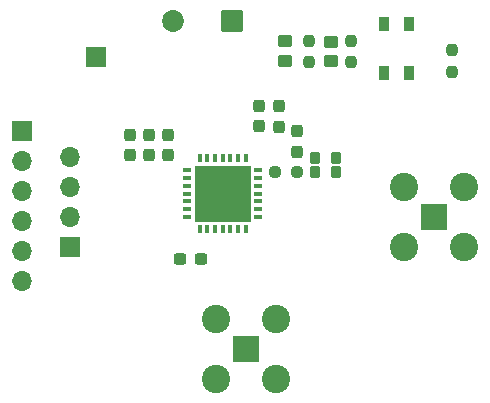
<source format=gbr>
%TF.GenerationSoftware,KiCad,Pcbnew,7.0.5*%
%TF.CreationDate,2023-11-05T09:22:57-05:00*%
%TF.ProjectId,radio,72616469-6f2e-46b6-9963-61645f706362,rev?*%
%TF.SameCoordinates,Original*%
%TF.FileFunction,Soldermask,Top*%
%TF.FilePolarity,Negative*%
%FSLAX46Y46*%
G04 Gerber Fmt 4.6, Leading zero omitted, Abs format (unit mm)*
G04 Created by KiCad (PCBNEW 7.0.5) date 2023-11-05 09:22:57*
%MOMM*%
%LPD*%
G01*
G04 APERTURE LIST*
G04 Aperture macros list*
%AMRoundRect*
0 Rectangle with rounded corners*
0 $1 Rounding radius*
0 $2 $3 $4 $5 $6 $7 $8 $9 X,Y pos of 4 corners*
0 Add a 4 corners polygon primitive as box body*
4,1,4,$2,$3,$4,$5,$6,$7,$8,$9,$2,$3,0*
0 Add four circle primitives for the rounded corners*
1,1,$1+$1,$2,$3*
1,1,$1+$1,$4,$5*
1,1,$1+$1,$6,$7*
1,1,$1+$1,$8,$9*
0 Add four rect primitives between the rounded corners*
20,1,$1+$1,$2,$3,$4,$5,0*
20,1,$1+$1,$4,$5,$6,$7,0*
20,1,$1+$1,$6,$7,$8,$9,0*
20,1,$1+$1,$8,$9,$2,$3,0*%
G04 Aperture macros list end*
%ADD10RoundRect,0.102000X0.465000X-0.405000X0.465000X0.405000X-0.465000X0.405000X-0.465000X-0.405000X0*%
%ADD11R,1.700000X1.700000*%
%ADD12O,1.700000X1.700000*%
%ADD13RoundRect,0.237500X-0.237500X0.250000X-0.237500X-0.250000X0.237500X-0.250000X0.237500X0.250000X0*%
%ADD14RoundRect,0.237500X0.237500X-0.250000X0.237500X0.250000X-0.237500X0.250000X-0.237500X-0.250000X0*%
%ADD15RoundRect,0.237500X0.237500X-0.300000X0.237500X0.300000X-0.237500X0.300000X-0.237500X-0.300000X0*%
%ADD16R,2.250000X2.250000*%
%ADD17C,2.400000*%
%ADD18RoundRect,0.102000X0.325000X-0.525000X0.325000X0.525000X-0.325000X0.525000X-0.325000X-0.525000X0*%
%ADD19RoundRect,0.102000X-0.300000X0.400000X-0.300000X-0.400000X0.300000X-0.400000X0.300000X0.400000X0*%
%ADD20RoundRect,0.237500X0.250000X0.237500X-0.250000X0.237500X-0.250000X-0.237500X0.250000X-0.237500X0*%
%ADD21RoundRect,0.237500X0.300000X0.237500X-0.300000X0.237500X-0.300000X-0.237500X0.300000X-0.237500X0*%
%ADD22R,0.800000X0.350000*%
%ADD23R,0.350000X0.800000*%
%ADD24R,4.800000X4.800000*%
%ADD25RoundRect,0.102000X-0.825000X-0.825000X0.825000X-0.825000X0.825000X0.825000X-0.825000X0.825000X0*%
%ADD26C,1.854000*%
G04 APERTURE END LIST*
D10*
%TO.C,D2*%
X127203200Y-72774400D03*
X127203200Y-74394400D03*
%TD*%
D11*
%TO.C,J2*%
X105079800Y-90119200D03*
D12*
X105079800Y-87579200D03*
X105079800Y-85039200D03*
X105079800Y-82499200D03*
%TD*%
D11*
%TO.C,J3*%
X107264200Y-74091800D03*
%TD*%
D13*
%TO.C,R3*%
X125323600Y-72671900D03*
X125323600Y-74496900D03*
%TD*%
D14*
%TO.C,R2*%
X137464800Y-75310200D03*
X137464800Y-73485200D03*
%TD*%
D15*
%TO.C,C7*%
X110159800Y-82371100D03*
X110159800Y-80646100D03*
%TD*%
D16*
%TO.C,J6*%
X119964200Y-98806000D03*
D17*
X122504200Y-96266000D03*
X117424200Y-96266000D03*
X117424200Y-101346000D03*
X122504200Y-101346000D03*
%TD*%
D15*
%TO.C,C5*%
X113360200Y-82371100D03*
X113360200Y-80646100D03*
%TD*%
D18*
%TO.C,S1*%
X131665400Y-75405900D03*
X131665400Y-71255900D03*
X133815400Y-75405900D03*
X133815400Y-71255900D03*
%TD*%
D19*
%TO.C,Y1*%
X127620600Y-82583900D03*
X125820600Y-82583900D03*
X125820600Y-83783900D03*
X127620600Y-83783900D03*
%TD*%
D10*
%TO.C,D1*%
X123342400Y-72749000D03*
X123342400Y-74369000D03*
%TD*%
D20*
%TO.C,R1*%
X124305700Y-83793500D03*
X122480700Y-83793500D03*
%TD*%
D15*
%TO.C,C6*%
X111785400Y-82371100D03*
X111785400Y-80646100D03*
%TD*%
D16*
%TO.C,J5*%
X135940800Y-87579200D03*
D17*
X133400800Y-85039200D03*
X133400800Y-90119200D03*
X138480800Y-90119200D03*
X138480800Y-85039200D03*
%TD*%
D21*
%TO.C,C2*%
X116153100Y-91160600D03*
X114428100Y-91160600D03*
%TD*%
D15*
%TO.C,C1*%
X124282200Y-82065200D03*
X124282200Y-80340200D03*
%TD*%
D22*
%TO.C,U1*%
X121033800Y-87573400D03*
X121033800Y-86923400D03*
X121033800Y-86273400D03*
X121033800Y-85623400D03*
X121033800Y-84973400D03*
X121033800Y-84323400D03*
X121033800Y-83673400D03*
D23*
X119983800Y-82623400D03*
X119333800Y-82623400D03*
X118683800Y-82623400D03*
X118033800Y-82623400D03*
X117383800Y-82623400D03*
X116733800Y-82623400D03*
X116083800Y-82623400D03*
D22*
X115033800Y-83673400D03*
X115033800Y-84323400D03*
X115033800Y-84973400D03*
X115033800Y-85623400D03*
X115033800Y-86273400D03*
X115033800Y-86923400D03*
X115033800Y-87573400D03*
D23*
X116083800Y-88623400D03*
X116733800Y-88623400D03*
X117383800Y-88623400D03*
X118033800Y-88623400D03*
X118683800Y-88623400D03*
X119333800Y-88623400D03*
X119983800Y-88623400D03*
D24*
X118033800Y-85623400D03*
%TD*%
D15*
%TO.C,C3*%
X122758200Y-79958100D03*
X122758200Y-78233100D03*
%TD*%
%TO.C,C4*%
X121081800Y-79932700D03*
X121081800Y-78207700D03*
%TD*%
D11*
%TO.C,J1*%
X101015800Y-80314800D03*
D12*
X101015800Y-82854800D03*
X101015800Y-85394800D03*
X101015800Y-87934800D03*
X101015800Y-90474800D03*
X101015800Y-93014800D03*
%TD*%
D25*
%TO.C,J4*%
X118849300Y-70993000D03*
D26*
X113849300Y-70993000D03*
%TD*%
D13*
%TO.C,R4*%
X128930400Y-72697300D03*
X128930400Y-74522300D03*
%TD*%
M02*

</source>
